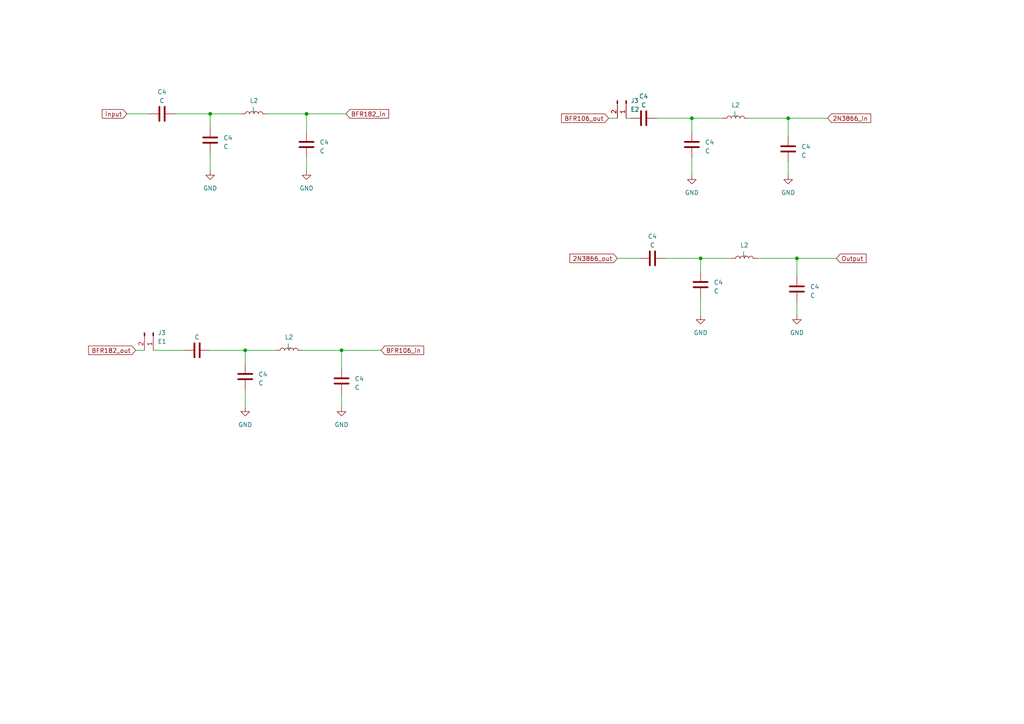
<source format=kicad_sch>
(kicad_sch (version 20230121) (generator eeschema)
  (paper "A4")
  (lib_symbols
    (symbol "Connector:Conn_01x02_Pin" (pin_names (offset 1.016) hide)
      (property "Reference" "J" (at 0 2.54 0))
      (property "Value" "Conn_01x02_Pin" (at 0 -5.08 0))
      (symbol "Conn_01x02_Pin_1_1"
        (polyline (pts (xy 1.27 -2.54) (xy 0.8636 -2.54)) (stroke (width 0.1524)))
        (polyline (pts (xy 1.27 0) (xy 0.8636 0)) (stroke (width 0.1524)))
        (rectangle (start 0.8636 -2.413) (end 0 -2.667) (stroke (width 0.1524)) (fill (type outline)))
        (rectangle (start 0.8636 0.127) (end 0 -0.127) (stroke (width 0.1524)) (fill (type outline)))
        (pin passive line (at 5.08 0 180) (length 3.81) (name "Pin_1") (number "1"))
        (pin passive line (at 5.08 -2.54 180) (length 3.81) (name "Pin_2") (number "2"))
      )
    )
    (symbol "Device:C" (pin_numbers hide) (pin_names (offset 0.254))
      (property "Reference" "C" (at 0.635 2.54 0))
      (property "Value" "C" (at 0.635 -2.54 0))
      (symbol "C_0_1"
        (polyline (pts (xy -2.032 -0.762) (xy 2.032 -0.762)) (stroke (width 0.508)))
        (polyline (pts (xy -2.032 0.762) (xy 2.032 0.762)) (stroke (width 0.508)))
      )
      (symbol "C_1_1"
        (pin passive line (at 0 3.81 270) (length 2.794) (name "~") (number "1"))
        (pin passive line (at 0 -3.81 90) (length 2.794) (name "~") (number "2"))
      )
    )
    (symbol "Device:L" (pin_numbers hide) (pin_names (offset 1.016) hide)
      (property "Reference" "L" (at -1.27 0 90))
      (property "Value" "L" (at 1.905 0 90))
      (symbol "L_0_1"
        (arc (start 0 -2.54) (mid 0.6323 -1.905) (end 0 -1.27))
        (arc (start 0 -1.27) (mid 0.6323 -0.635) (end 0 0))
        (arc (start 0 0) (mid 0.6323 0.635) (end 0 1.27))
        (arc (start 0 1.27) (mid 0.6323 1.905) (end 0 2.54))
      )
      (symbol "L_1_1"
        (pin passive line (at 0 3.81 270) (length 1.27) (name "1") (number "1"))
        (pin passive line (at 0 -3.81 90) (length 1.27) (name "2") (number "2"))
      )
    )
    (symbol "power:GND" (power) (pin_names (offset 0))
      (property "Value" "GND" (at 0 -3.81 0))
      (symbol "GND_0_1"
        (polyline (pts (xy 0 0) (xy 0 -1.27) (xy 1.27 -1.27) (xy 0 -2.54) (xy -1.27 -1.27) (xy 0 -1.27)))
      )
      (symbol "GND_1_1"
        (pin power_in line (at 0 0 270) (length 0) hide (name "GND") (number "1"))
      )
    )
  )
  (junction (at 88.9 33.02))
  (junction (at 203.2 74.93))
  (junction (at 99.06 101.6))
  (junction (at 231.14 74.93))
  (junction (at 60.96 33.02))
  (junction (at 71.12 101.6))
  (junction (at 200.66 34.29))
  (junction (at 228.6 34.29))
  (wire (pts (xy 44.45 101.6) (xy 53.34 101.6)))
  (wire (pts (xy 231.14 74.93) (xy 231.14 80.01)))
  (wire (pts (xy 203.2 74.93) (xy 212.09 74.93)))
  (wire (pts (xy 50.8 33.02) (xy 60.96 33.02)))
  (wire (pts (xy 99.06 101.6) (xy 110.49 101.6)))
  (wire (pts (xy 60.96 33.02) (xy 69.85 33.02)))
  (wire (pts (xy 88.9 33.02) (xy 100.33 33.02)))
  (wire (pts (xy 71.12 101.6) (xy 80.01 101.6)))
  (wire (pts (xy 60.96 44.45) (xy 60.96 49.53)))
  (wire (pts (xy 99.06 114.3) (xy 99.06 118.11)))
  (wire (pts (xy 203.2 86.36) (xy 203.2 91.44)))
  (wire (pts (xy 200.66 34.29) (xy 200.66 38.1)))
  (wire (pts (xy 231.14 74.93) (xy 242.57 74.93)))
  (wire (pts (xy 203.2 74.93) (xy 203.2 78.74)))
  (wire (pts (xy 200.66 45.72) (xy 200.66 50.8)))
  (wire (pts (xy 217.17 34.29) (xy 228.6 34.29)))
  (wire (pts (xy 87.63 101.6) (xy 99.06 101.6)))
  (wire (pts (xy 181.61 34.29) (xy 182.88 34.29)))
  (wire (pts (xy 88.9 45.72) (xy 88.9 49.53)))
  (wire (pts (xy 39.37 101.6) (xy 41.91 101.6)))
  (wire (pts (xy 99.06 101.6) (xy 99.06 106.68)))
  (wire (pts (xy 179.07 74.93) (xy 185.42 74.93)))
  (wire (pts (xy 176.53 34.29) (xy 179.07 34.29)))
  (wire (pts (xy 77.47 33.02) (xy 88.9 33.02)))
  (wire (pts (xy 193.04 74.93) (xy 203.2 74.93)))
  (wire (pts (xy 36.83 33.02) (xy 43.18 33.02)))
  (wire (pts (xy 228.6 34.29) (xy 240.03 34.29)))
  (wire (pts (xy 228.6 46.99) (xy 228.6 50.8)))
  (wire (pts (xy 231.14 87.63) (xy 231.14 91.44)))
  (wire (pts (xy 71.12 113.03) (xy 71.12 118.11)))
  (wire (pts (xy 190.5 34.29) (xy 200.66 34.29)))
  (wire (pts (xy 71.12 101.6) (xy 71.12 105.41)))
  (wire (pts (xy 60.96 33.02) (xy 60.96 36.83)))
  (wire (pts (xy 200.66 34.29) (xy 209.55 34.29)))
  (wire (pts (xy 88.9 33.02) (xy 88.9 38.1)))
  (wire (pts (xy 219.71 74.93) (xy 231.14 74.93)))
  (wire (pts (xy 60.96 101.6) (xy 71.12 101.6)))
  (wire (pts (xy 228.6 34.29) (xy 228.6 39.37)))
  (global_label "2N3866_in" (shape input) (at 240.03 34.29 0) (property "Intersheetrefs" "${INTERSHEET_REFS}" (effects hide)))
  (global_label "input" (shape input) (at 36.83 33.02 180) (property "Intersheetrefs" "${INTERSHEET_REFS}" (effects hide)))
  (global_label "BFR182_out" (shape input) (at 39.37 101.6 180) (property "Intersheetrefs" "${INTERSHEET_REFS}" (effects hide)))
  (global_label "Output" (shape input) (at 242.57 74.93 0) (property "Intersheetrefs" "${INTERSHEET_REFS}" (effects hide)))
  (global_label "BFR106_out" (shape input) (at 176.53 34.29 180) (property "Intersheetrefs" "${INTERSHEET_REFS}" (effects hide)))
  (global_label "2N3866_out" (shape input) (at 179.07 74.93 180) (property "Intersheetrefs" "${INTERSHEET_REFS}" (effects hide)))
  (global_label "BFR182_in" (shape input) (at 100.33 33.02 0) (property "Intersheetrefs" "${INTERSHEET_REFS}" (effects hide)))
  (global_label "BFR106_in" (shape input) (at 110.49 101.6 0) (property "Intersheetrefs" "${INTERSHEET_REFS}" (effects hide)))
  (symbol (lib_id "Device:C") (at 203.2 82.55 0) (unit 1)
    (property "Reference" "C4" (at 207.01 81.915 0) (effects (justify left)))
    (property "Value" "C" (at 207.01 84.455 0) (effects (justify left)))
    (property "Footprint" "Capacitor_THT:C_Disc_D7.5mm_W5.0mm_P5.00mm" (effects hide))
    (instances (project "Ampli_RF" (path "" (reference "C4") (unit 1)) (path "" (reference "C8") (unit 1)) (path "" (reference "C21") (unit 1))))
  )
  (symbol (lib_id "Device:C") (at 46.99 33.02 90) (unit 1)
    (property "Reference" "C4" (at 46.99 26.67 90))
    (property "Value" "C" (at 46.99 29.21 90))
    (property "Footprint" "Capacitor_THT:C_Disc_D7.5mm_W5.0mm_P5.00mm" (effects hide))
    (instances (project "Ampli_RF" (path "" (reference "C4") (unit 1)) (path "" (reference "C8") (unit 1)) (path "" (reference "C12") (unit 1))))
  )
  (symbol (lib_id "Device:L") (at 73.66 33.02 90) (unit 1)
    (property "Reference" "L2" (at 73.66 29.21 90))
    (property "Value" "L" (at 73.66 31.75 90))
    (property "Footprint" "Inductor_THT:L_Axial_L5.3mm_D2.2mm_P7.62mm_Horizontal_Vishay_IM-1" (effects hide))
    (instances (project "Ampli_RF" (path "" (reference "L2") (unit 1)) (path "" (reference "L6") (unit 1)) (path "" (reference "L9") (unit 1))))
  )
  (symbol (lib_id "Device:C") (at 189.23 74.93 90) (unit 1)
    (property "Reference" "C4" (at 189.23 68.58 90))
    (property "Value" "C" (at 189.23 71.12 90))
    (property "Footprint" "Capacitor_THT:C_Disc_D7.5mm_W5.0mm_P5.00mm" (effects hide))
    (instances (project "Ampli_RF" (path "" (reference "C4") (unit 1)) (path "" (reference "C8") (unit 1)) (path "" (reference "C19") (unit 1))))
  )
  (symbol (lib_id "power:GND") (at 71.12 118.11 0) (unit 1)
    (property "Reference" "#PWR03" (effects hide))
    (property "Value" "GND" (at 71.12 123.19 0))
    (instances (project "Ampli_RF" (path "" (reference "#PWR03") (unit 1)) (path "" (reference "#PWR011") (unit 1)) (path "" (reference "#PWR028") (unit 1))))
  )
  (symbol (lib_id "power:GND") (at 99.06 118.11 0) (unit 1)
    (property "Reference" "#PWR03" (effects hide))
    (property "Value" "GND" (at 99.06 123.19 0))
    (instances (project "Ampli_RF" (path "" (reference "#PWR03") (unit 1)) (path "" (reference "#PWR011") (unit 1)) (path "" (reference "#PWR030") (unit 1))))
  )
  (symbol (lib_id "power:GND") (at 231.14 91.44 0) (unit 1)
    (property "Reference" "#PWR03" (effects hide))
    (property "Value" "GND" (at 231.14 96.52 0))
    (instances (project "Ampli_RF" (path "" (reference "#PWR03") (unit 1)) (path "" (reference "#PWR011") (unit 1)) (path "" (reference "#PWR034") (unit 1))))
  )
  (symbol (lib_id "Device:L") (at 83.82 101.6 90) (unit 1)
    (property "Reference" "L2" (at 83.82 97.79 90))
    (property "Value" "L" (at 83.82 100.33 90))
    (property "Footprint" "Inductor_THT:L_Axial_L5.3mm_D2.2mm_P7.62mm_Horizontal_Vishay_IM-1" (effects hide))
    (instances (project "Ampli_RF" (path "" (reference "L2") (unit 1)) (path "" (reference "L6") (unit 1)) (path "" (reference "L10") (unit 1))))
  )
  (symbol (lib_id "power:GND") (at 60.96 49.53 0) (unit 1)
    (property "Reference" "#PWR03" (effects hide))
    (property "Value" "GND" (at 60.96 54.61 0))
    (instances (project "Ampli_RF" (path "" (reference "#PWR03") (unit 1)) (path "" (reference "#PWR011") (unit 1)) (path "" (reference "#PWR027") (unit 1))))
  )
  (symbol (lib_id "Device:C") (at 228.6 43.18 0) (unit 1)
    (property "Reference" "C4" (at 232.41 42.545 0) (effects (justify left)))
    (property "Value" "C" (at 232.41 45.085 0) (effects (justify left)))
    (property "Footprint" "Capacitor_THT:C_Disc_D7.5mm_W5.0mm_P5.00mm" (effects hide))
    (instances (project "Ampli_RF" (path "" (reference "C4") (unit 1)) (path "" (reference "C8") (unit 1)) (path "" (reference "C22") (unit 1))))
  )
  (symbol (lib_id "Connector:Conn_01x02_Pin") (at 181.61 29.21 270) (unit 1)
    (property "Reference" "J3" (at 182.88 29.21 90) (effects (justify left)))
    (property "Value" "E2" (at 182.88 31.75 90) (effects (justify left)))
    (property "Footprint" "Connector_PinHeader_2.00mm:PinHeader_1x02_P2.00mm_Vertical" (effects hide))
    (instances (project "Ampli_RF" (path "" (reference "J3") (unit 1)) (path "" (reference "J5") (unit 1))))
  )
  (symbol (lib_id "power:GND") (at 200.66 50.8 0) (unit 1)
    (property "Reference" "#PWR03" (effects hide))
    (property "Value" "GND" (at 200.66 55.88 0))
    (instances (project "Ampli_RF" (path "" (reference "#PWR03") (unit 1)) (path "" (reference "#PWR011") (unit 1)) (path "" (reference "#PWR031") (unit 1))))
  )
  (symbol (lib_id "Device:L") (at 215.9 74.93 90) (unit 1)
    (property "Reference" "L2" (at 215.9 71.12 90))
    (property "Value" "L" (at 215.9 73.66 90))
    (property "Footprint" "Inductor_THT:L_Axial_L5.3mm_D2.2mm_P7.62mm_Horizontal_Vishay_IM-1" (effects hide))
    (instances (project "Ampli_RF" (path "" (reference "L2") (unit 1)) (path "" (reference "L6") (unit 1)) (path "" (reference "L12") (unit 1))))
  )
  (symbol (lib_id "Device:C") (at 71.12 109.22 0) (unit 1)
    (property "Reference" "C4" (at 74.93 108.585 0) (effects (justify left)))
    (property "Value" "C" (at 74.93 111.125 0) (effects (justify left)))
    (property "Footprint" "Capacitor_THT:C_Disc_D7.5mm_W5.0mm_P5.00mm" (effects hide))
    (instances (project "Ampli_RF" (path "" (reference "C4") (unit 1)) (path "" (reference "C8") (unit 1)) (path "" (reference "C15") (unit 1))))
  )
  (symbol (lib_id "Connector:Conn_01x02_Pin") (at 44.45 96.52 270) (unit 1)
    (property "Reference" "J3" (at 45.72 96.52 90) (effects (justify left)))
    (property "Value" "E1" (at 45.72 99.06 90) (effects (justify left)))
    (property "Footprint" "Connector_PinHeader_2.00mm:PinHeader_1x02_P2.00mm_Vertical" (effects hide))
    (instances (project "Ampli_RF" (path "" (reference "J3") (unit 1)) (path "" (reference "J4") (unit 1))))
  )
  (symbol (lib_id "power:GND") (at 88.9 49.53 0) (unit 1)
    (property "Reference" "#PWR03" (effects hide))
    (property "Value" "GND" (at 88.9 54.61 0))
    (instances (project "Ampli_RF" (path "" (reference "#PWR03") (unit 1)) (path "" (reference "#PWR011") (unit 1)) (path "" (reference "#PWR029") (unit 1))))
  )
  (symbol (lib_id "Device:C") (at 99.06 110.49 0) (unit 1)
    (property "Reference" "C4" (at 102.87 109.855 0) (effects (justify left)))
    (property "Value" "C" (at 102.87 112.395 0) (effects (justify left)))
    (property "Footprint" "Capacitor_THT:C_Disc_D7.5mm_W5.0mm_P5.00mm" (effects hide))
    (instances (project "Ampli_RF" (path "" (reference "C4") (unit 1)) (path "" (reference "C8") (unit 1)) (path "" (reference "C17") (unit 1))))
  )
  (symbol (lib_id "Device:C") (at 200.66 41.91 0) (unit 1)
    (property "Reference" "C4" (at 204.47 41.275 0) (effects (justify left)))
    (property "Value" "C" (at 204.47 43.815 0) (effects (justify left)))
    (property "Footprint" "Capacitor_THT:C_Disc_D7.5mm_W5.0mm_P5.00mm" (effects hide))
    (instances (project "Ampli_RF" (path "" (reference "C4") (unit 1)) (path "" (reference "C8") (unit 1)) (path "" (reference "C20") (unit 1))))
  )
  (symbol (lib_id "Device:C") (at 186.69 34.29 90) (unit 1)
    (property "Reference" "C4" (at 186.69 27.94 90))
    (property "Value" "C" (at 186.69 30.48 90))
    (property "Footprint" "Capacitor_THT:C_Disc_D7.5mm_W5.0mm_P5.00mm" (effects hide))
    (instances (project "Ampli_RF" (path "" (reference "C4") (unit 1)) (path "" (reference "C8") (unit 1)) (path "" (reference "C18") (unit 1))))
  )
  (symbol (lib_id "power:GND") (at 203.2 91.44 0) (unit 1)
    (property "Reference" "#PWR03" (effects hide))
    (property "Value" "GND" (at 203.2 96.52 0))
    (instances (project "Ampli_RF" (path "" (reference "#PWR03") (unit 1)) (path "" (reference "#PWR011") (unit 1)) (path "" (reference "#PWR032") (unit 1))))
  )
  (symbol (lib_id "power:GND") (at 228.6 50.8 0) (unit 1)
    (property "Reference" "#PWR03" (effects hide))
    (property "Value" "GND" (at 228.6 55.88 0))
    (instances (project "Ampli_RF" (path "" (reference "#PWR03") (unit 1)) (path "" (reference "#PWR011") (unit 1)) (path "" (reference "#PWR033") (unit 1))))
  )
  (symbol (lib_id "Device:L") (at 213.36 34.29 90) (unit 1)
    (property "Reference" "L2" (at 213.36 30.48 90))
    (property "Value" "L" (at 213.36 33.02 90))
    (property "Footprint" "Inductor_THT:L_Axial_L5.3mm_D2.2mm_P7.62mm_Horizontal_Vishay_IM-1" (effects hide))
    (instances (project "Ampli_RF" (path "" (reference "L2") (unit 1)) (path "" (reference "L6") (unit 1)) (path "" (reference "L11") (unit 1))))
  )
  (symbol (lib_id "Device:C") (at 231.14 83.82 0) (unit 1)
    (property "Reference" "C4" (at 234.95 83.185 0) (effects (justify left)))
    (property "Value" "C" (at 234.95 85.725 0) (effects (justify left)))
    (property "Footprint" "Capacitor_THT:C_Disc_D7.5mm_W5.0mm_P5.00mm" (effects hide))
    (instances (project "Ampli_RF" (path "" (reference "C4") (unit 1)) (path "" (reference "C8") (unit 1)) (path "" (reference "C23") (unit 1))))
  )
  (symbol (lib_id "Device:C") (at 88.9 41.91 0) (unit 1)
    (property "Reference" "C4" (at 92.71 41.275 0) (effects (justify left)))
    (property "Value" "C" (at 92.71 43.815 0) (effects (justify left)))
    (property "Footprint" "Capacitor_THT:C_Disc_D7.5mm_W5.0mm_P5.00mm" (effects hide))
    (instances (project "Ampli_RF" (path "" (reference "C4") (unit 1)) (path "" (reference "C8") (unit 1)) (path "" (reference "C16") (unit 1))))
  )
  (symbol (lib_id "Device:C") (at 57.15 101.6 90) (unit 1)
    (property "Reference" "C4" (effects hide))
    (property "Value" "C" (at 57.15 97.79 90))
    (property "Footprint" "Capacitor_THT:C_Disc_D7.5mm_W5.0mm_P5.00mm" (effects hide))
    (instances (project "Ampli_RF" (path "" (reference "C4") (unit 1)) (path "" (reference "C8") (unit 1)) (path "" (reference "C13") (unit 1))))
  )
  (symbol (lib_id "Device:C") (at 60.96 40.64 0) (unit 1)
    (property "Reference" "C4" (at 64.77 40.005 0) (effects (justify left)))
    (property "Value" "C" (at 64.77 42.545 0) (effects (justify left)))
    (property "Footprint" "Capacitor_THT:C_Disc_D7.5mm_W5.0mm_P5.00mm" (effects hide))
    (instances (project "Ampli_RF" (path "" (reference "C4") (unit 1)) (path "" (reference "C8") (unit 1)) (path "" (reference "C14") (unit 1))))
  )
)
</source>
